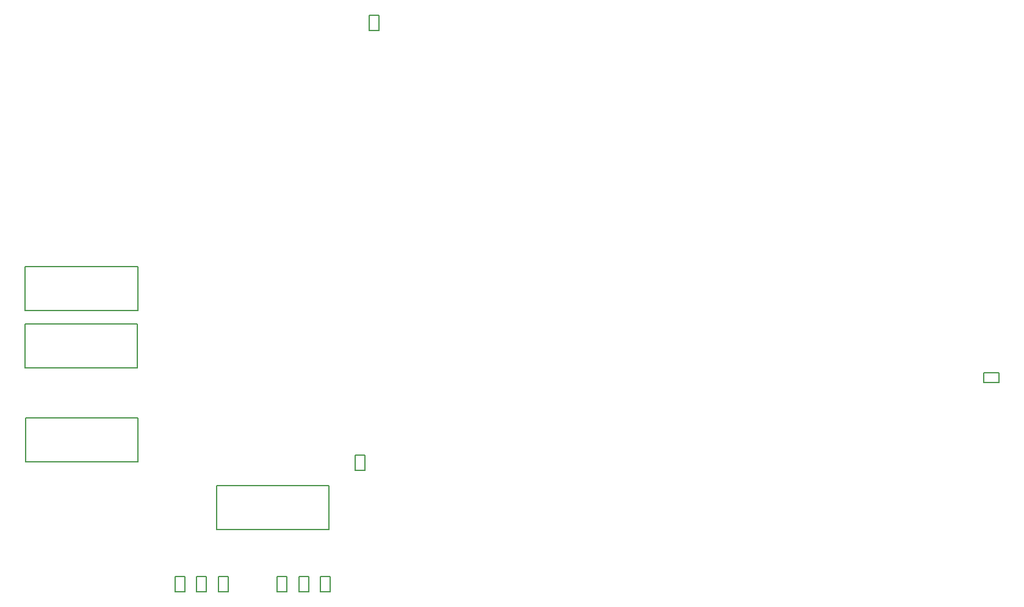
<source format=gbr>
%TF.GenerationSoftware,Altium Limited,Altium Designer,24.10.1 (45)*%
G04 Layer_Color=32896*
%FSLAX43Y43*%
%MOMM*%
%TF.SameCoordinates,766D9AF5-BA92-4156-BEB6-FD46E2A8267A*%
%TF.FilePolarity,Positive*%
%TF.FileFunction,Other,Mechanical_12*%
%TF.Part,Single*%
G01*
G75*
%TA.AperFunction,NonConductor*%
%ADD81C,0.200*%
D81*
X597Y44582D02*
X16197D01*
X597D02*
Y50682D01*
X16197D01*
Y44582D02*
Y50682D01*
X133593Y34592D02*
Y35942D01*
Y34592D02*
X135693D01*
Y35942D01*
X133593D02*
X135693D01*
X27127Y20246D02*
X42727D01*
Y14146D02*
Y20246D01*
X27127Y14146D02*
X42727D01*
X27127D02*
Y20246D01*
X632Y23582D02*
X16232D01*
X632D02*
Y29682D01*
X16232D01*
Y23582D02*
Y29682D01*
X587Y36582D02*
X16187D01*
X587D02*
Y42682D01*
X16187D01*
Y36582D02*
Y42682D01*
X46412Y24508D02*
X47762D01*
X46412Y22408D02*
Y24508D01*
Y22408D02*
X47762D01*
Y24508D01*
X41556Y7651D02*
X42906D01*
X41556Y5551D02*
Y7651D01*
Y5551D02*
X42906D01*
Y7651D01*
X22756Y5526D02*
Y7626D01*
X21406Y5526D02*
X22756D01*
X21406D02*
Y7626D01*
X22756D01*
X38556Y7651D02*
X39906D01*
X38556Y5551D02*
Y7651D01*
Y5551D02*
X39906D01*
Y7651D01*
X36906Y5551D02*
Y7651D01*
X35556Y5551D02*
X36906D01*
X35556D02*
Y7651D01*
X36906D01*
X28756Y5526D02*
Y7626D01*
X27406Y5526D02*
X28756D01*
X27406D02*
Y7626D01*
X28756D01*
X24406D02*
X25756D01*
X24406Y5526D02*
Y7626D01*
Y5526D02*
X25756D01*
Y7626D01*
X48360Y83435D02*
Y85535D01*
X49710D01*
Y83435D02*
Y85535D01*
X48360Y83435D02*
X49710D01*
%TF.MD5,34c9db79a40e738e724eaef3fc1a635f*%
M02*

</source>
